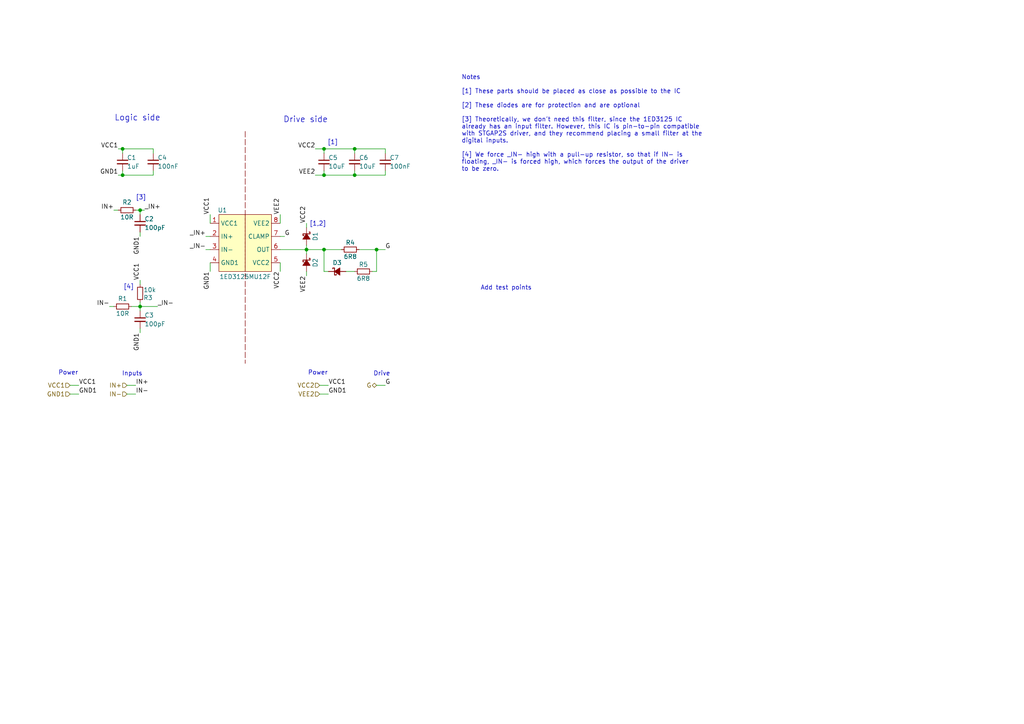
<source format=kicad_sch>
(kicad_sch (version 20231120) (generator "eeschema") (generator_version "8.0")
  (paper "A4")
  (lib_symbols
    (symbol "CL_Driver_FET:1ED3125MU12F"
      (property "Reference" "U" (at -7.112 8.89 0))
      (property "Value" "1ED3125MU12F" (at 0 -10.16 0))
      (symbol "1ED3125MU12F_1_1"
        (rectangle (start -7.62 7.62) (end 7.62 -8.89) (fill (type background)))
        (polyline (pts (xy 0 7.62) (xy 0 -8.89)) (stroke (width 0) (type dash)))
        (pin power_in line (at -10.16 5.08 0) (length 2.54) (name "VCC1") (number "1"))
        (pin input line (at -10.16 1.27 0) (length 2.54) (name "IN+") (number "2"))
        (pin input line (at -10.16 -2.54 0) (length 2.54) (name "IN-") (number "3"))
        (pin power_in line (at -10.16 -6.35 0) (length 2.54) (name "GND1") (number "4"))
        (pin power_in line (at 10.16 -6.35 180) (length 2.54) (name "VCC2") (number "5"))
        (pin bidirectional line (at 10.16 -2.54 180) (length 2.54) (name "OUT") (number "6"))
        (pin bidirectional line (at 10.16 1.27 180) (length 2.54) (name "CLAMP") (number "7"))
        (pin power_in line (at 10.16 5.08 180) (length 2.54) (name "VEE2") (number "8"))
      )
    )
    (symbol "Device:C_Small" (pin_numbers hide) (pin_names (offset 0.254) hide)
      (property "Reference" "C" (at 0.254 1.778 0))
      (property "Value" "C_Small" (at 0.254 -2.032 0))
      (symbol "C_Small_0_1"
        (polyline (pts (xy -1.524 -0.508) (xy 1.524 -0.508)) (stroke (width 0.3302)))
        (polyline (pts (xy -1.524 0.508) (xy 1.524 0.508)) (stroke (width 0.3048)))
      )
      (symbol "C_Small_1_1"
        (pin passive line (at 0 2.54 270) (length 2.032) (name "~") (number "1"))
        (pin passive line (at 0 -2.54 90) (length 2.032) (name "~") (number "2"))
      )
    )
    (symbol "Device:D_Schottky_Small_Filled" (pin_numbers hide) (pin_names (offset 0.254) hide)
      (property "Reference" "D" (at -1.27 2.032 0))
      (property "Value" "D_Schottky_Small_Filled" (at -7.112 -2.032 0))
      (symbol "D_Schottky_Small_Filled_0_1"
        (polyline (pts (xy -0.762 0) (xy 0.762 0)))
        (polyline (pts (xy 0.762 -1.016) (xy -0.762 0) (xy 0.762 1.016) (xy 0.762 -1.016)) (stroke (width 0.254)) (fill (type outline)))
        (polyline (pts (xy -1.27 0.762) (xy -1.27 1.016) (xy -0.762 1.016) (xy -0.762 -1.016) (xy -0.254 -1.016) (xy -0.254 -0.762)) (stroke (width 0.254)))
      )
      (symbol "D_Schottky_Small_Filled_1_1"
        (pin passive line (at -2.54 0 0) (length 1.778) (name "K") (number "1"))
        (pin passive line (at 2.54 0 180) (length 1.778) (name "A") (number "2"))
      )
    )
    (symbol "Device:R_Small" (pin_numbers hide) (pin_names (offset 0.254) hide)
      (property "Reference" "R" (at 0.762 0.508 0))
      (property "Value" "R_Small" (at 0.762 -1.016 0))
      (symbol "R_Small_0_1"
        (rectangle (start -0.762 1.778) (end 0.762 -1.778) (stroke (width 0.2032)))
      )
      (symbol "R_Small_1_1"
        (pin passive line (at 0 2.54 270) (length 0.762) (name "~") (number "1"))
        (pin passive line (at 0 -2.54 90) (length 0.762) (name "~") (number "2"))
      )
    )
  )
  (junction (at 35.56 50.8))
  (junction (at 88.9 72.39))
  (junction (at 102.87 50.8))
  (junction (at 93.98 50.8))
  (junction (at 40.64 60.96))
  (junction (at 109.22 72.39))
  (junction (at 40.64 88.9))
  (junction (at 93.98 43.18))
  (junction (at 35.56 43.18))
  (junction (at 93.98 72.39))
  (junction (at 102.87 43.18))
  (wire (pts (xy 81.28 62.23) (xy 81.28 64.77)))
  (wire (pts (xy 92.71 111.76) (xy 95.25 111.76)))
  (wire (pts (xy 38.1 88.9) (xy 40.64 88.9)))
  (wire (pts (xy 40.64 95.25) (xy 40.64 96.52)))
  (wire (pts (xy 60.96 76.2) (xy 60.96 78.74)))
  (wire (pts (xy 107.95 78.74) (xy 109.22 78.74)))
  (wire (pts (xy 93.98 50.8) (xy 102.87 50.8)))
  (wire (pts (xy 109.22 111.76) (xy 111.76 111.76)))
  (wire (pts (xy 40.64 67.31) (xy 40.64 68.58)))
  (wire (pts (xy 102.87 50.8) (xy 111.76 50.8)))
  (wire (pts (xy 93.98 72.39) (xy 93.98 78.74)))
  (wire (pts (xy 31.75 88.9) (xy 33.02 88.9)))
  (wire (pts (xy 93.98 49.53) (xy 93.98 50.8)))
  (wire (pts (xy 35.56 43.18) (xy 35.56 44.45)))
  (wire (pts (xy 81.28 68.58) (xy 82.55 68.58)))
  (wire (pts (xy 111.76 43.18) (xy 111.76 44.45)))
  (wire (pts (xy 40.64 81.28) (xy 40.64 82.55)))
  (wire (pts (xy 91.44 43.18) (xy 93.98 43.18)))
  (wire (pts (xy 88.9 64.77) (xy 88.9 66.04)))
  (wire (pts (xy 40.64 60.96) (xy 40.64 62.23)))
  (wire (pts (xy 60.96 62.23) (xy 60.96 64.77)))
  (wire (pts (xy 59.69 68.58) (xy 60.96 68.58)))
  (wire (pts (xy 39.37 60.96) (xy 40.64 60.96)))
  (wire (pts (xy 44.45 50.8) (xy 44.45 49.53)))
  (wire (pts (xy 93.98 78.74) (xy 95.25 78.74)))
  (wire (pts (xy 104.14 72.39) (xy 109.22 72.39)))
  (wire (pts (xy 35.56 50.8) (xy 44.45 50.8)))
  (wire (pts (xy 35.56 43.18) (xy 44.45 43.18)))
  (wire (pts (xy 102.87 43.18) (xy 102.87 44.45)))
  (wire (pts (xy 93.98 72.39) (xy 99.06 72.39)))
  (wire (pts (xy 81.28 76.2) (xy 81.28 78.74)))
  (wire (pts (xy 44.45 43.18) (xy 44.45 44.45)))
  (wire (pts (xy 100.33 78.74) (xy 102.87 78.74)))
  (wire (pts (xy 102.87 49.53) (xy 102.87 50.8)))
  (wire (pts (xy 20.32 114.3) (xy 22.86 114.3)))
  (wire (pts (xy 109.22 72.39) (xy 109.22 78.74)))
  (wire (pts (xy 109.22 72.39) (xy 111.76 72.39)))
  (wire (pts (xy 92.71 114.3) (xy 95.25 114.3)))
  (wire (pts (xy 88.9 72.39) (xy 93.98 72.39)))
  (wire (pts (xy 93.98 43.18) (xy 102.87 43.18)))
  (wire (pts (xy 40.64 60.96) (xy 41.91 60.96)))
  (wire (pts (xy 40.64 87.63) (xy 40.64 88.9)))
  (wire (pts (xy 36.83 111.76) (xy 39.37 111.76)))
  (wire (pts (xy 33.02 60.96) (xy 34.29 60.96)))
  (wire (pts (xy 88.9 78.74) (xy 88.9 80.01)))
  (wire (pts (xy 88.9 71.12) (xy 88.9 72.39)))
  (wire (pts (xy 34.29 43.18) (xy 35.56 43.18)))
  (polyline (pts (xy 71.12 38.1) (xy 71.12 105.41)) (stroke (width 0) (type dash) (color 132 0 0 1)))
  (wire (pts (xy 111.76 50.8) (xy 111.76 49.53)))
  (wire (pts (xy 81.28 72.39) (xy 88.9 72.39)))
  (wire (pts (xy 36.83 114.3) (xy 39.37 114.3)))
  (wire (pts (xy 35.56 49.53) (xy 35.56 50.8)))
  (wire (pts (xy 34.29 50.8) (xy 35.56 50.8)))
  (wire (pts (xy 40.64 88.9) (xy 45.72 88.9)))
  (wire (pts (xy 20.32 111.76) (xy 22.86 111.76)))
  (wire (pts (xy 102.87 43.18) (xy 111.76 43.18)))
  (wire (pts (xy 88.9 72.39) (xy 88.9 73.66)))
  (wire (pts (xy 93.98 43.18) (xy 93.98 44.45)))
  (wire (pts (xy 91.44 50.8) (xy 93.98 50.8)))
  (wire (pts (xy 59.69 72.39) (xy 60.96 72.39)))
  (wire (pts (xy 40.64 88.9) (xy 40.64 90.17)))
  (text "Drive side" (at 88.646 34.798 0) (effects (font (size 1.7 1.7))))
  (text "Inputs" (at 38.354 108.458 0) (effects (font (size 1.27 1.27))))
  (text "Drive" (at 110.744 108.458 0) (effects (font (size 1.27 1.27))))
  (text "Power" (at 19.812 108.204 0) (effects (font (size 1.27 1.27))))
  (text "[4]" (at 37.338 83.312 0) (effects (font (size 1.27 1.27))))
  (text "Add test points" (at 146.812 83.566 0) (effects (font (size 1.27 1.27))))
  (text "Notes\n\n[1] These parts should be placed as close as possible to the IC\n\n[2] These diodes are for protection and are optional\n\n[3] Theoretically, we don't need this filter, since the 1ED3125 IC\nalready has an input filter. However, this IC is pin-to-pin compatible\nwith STGAP2S driver, and they recommend placing a small filter at the\ndigital inputs. \n\n[4] We force _IN- high with a pull-up resistor, so that if IN- is \nfloating, _IN- is forced high, which forces the output of the driver \nto be zero. " (at 133.858 35.814 0) (effects (font (size 1.27 1.27)) (justify left)))
  (text "[3]" (at 40.894 57.404 0) (effects (font (size 1.27 1.27))))
  (text "[1]" (at 96.52 41.402 0) (effects (font (size 1.27 1.27))))
  (text "Power" (at 92.202 108.204 0) (effects (font (size 1.27 1.27))))
  (text "Logic side" (at 39.878 34.29 0) (effects (font (size 1.7 1.7))))
  (text "[1,2]" (at 92.202 65.024 0) (effects (font (size 1.27 1.27))))
  (label "GND1" (at 22.86 114.3 0))
  (label "VEE2" (at 81.28 62.23 90))
  (label "GND1" (at 95.25 114.3 0))
  (label "VCC2" (at 81.28 78.74 270))
  (label "IN+" (at 33.02 60.96 180))
  (label "G" (at 111.76 72.39 0))
  (label "VCC2" (at 91.44 43.18 180))
  (label "VCC1" (at 60.96 62.23 90))
  (label "G" (at 82.55 68.58 0))
  (label "GND1" (at 40.64 96.52 270))
  (label "VEE2" (at 88.9 80.01 270))
  (label "_IN-" (at 59.69 72.39 180))
  (label "IN-" (at 31.75 88.9 180))
  (label "VCC1" (at 40.64 81.28 90))
  (label "VEE2" (at 91.44 50.8 180))
  (label "G" (at 111.76 111.76 0))
  (label "VCC1" (at 22.86 111.76 0))
  (label "VCC1" (at 34.29 43.18 180))
  (label "IN+" (at 39.37 111.76 0))
  (label "VCC1" (at 95.25 111.76 0))
  (label "GND1" (at 60.96 78.74 270))
  (label "GND1" (at 40.64 68.58 270))
  (label "_IN+" (at 41.91 60.96 0))
  (label "_IN+" (at 59.69 68.58 180))
  (label "_IN-" (at 45.72 88.9 0))
  (label "VCC2" (at 88.9 64.77 90))
  (label "GND1" (at 34.29 50.8 180))
  (label "IN-" (at 39.37 114.3 0))
  (hierarchical_label "IN-" (shape input) (at 36.83 114.3 180))
  (hierarchical_label "IN+" (shape input) (at 36.83 111.76 180))
  (hierarchical_label "VCC2" (shape input) (at 92.71 111.76 180))
  (hierarchical_label "G" (shape bidirectional) (at 109.22 111.76 180))
  (hierarchical_label "GND1" (shape input) (at 20.32 114.3 180))
  (hierarchical_label "VCC1" (shape input) (at 20.32 111.76 180))
  (hierarchical_label "VEE2" (shape input) (at 92.71 114.3 180))
  (symbol (lib_id "Device:C_Small") (at 40.64 92.71 0) (unit 1)
    (property "Reference" "C3" (at 41.91 91.44 0) (effects (justify left)))
    (property "Value" "100pF" (at 41.91 93.98 0) (effects (justify left)))
    (property "Footprint" "Capacitor_SMD:C_0805_2012Metric_Pad1.18x1.45mm_HandSolder" (effects (hide yes)))
    (property "Description" "Unpolarized capacitor, small symbol" (effects (hide yes)))
  )
  (symbol (lib_id "Device:R_Small") (at 105.41 78.74 270) (unit 1)
    (property "Reference" "R5" (at 105.41 76.708 90))
    (property "Value" "6R8" (at 105.41 80.772 90))
    (property "Footprint" "Resistor_SMD:R_MELF_MMB-0207" (effects (hide yes)))
    (property "Description" "Resistor, small symbol" (effects (hide yes)))
  )
  (symbol (lib_id "Device:C_Small") (at 93.98 46.99 0) (unit 1)
    (property "Reference" "C5" (at 95.25 45.72 0) (effects (justify left)))
    (property "Value" "10uF" (at 95.25 48.26 0) (effects (justify left)))
    (property "Footprint" "Capacitor_SMD:C_0805_2012Metric_Pad1.18x1.45mm_HandSolder" (effects (hide yes)))
    (property "Description" "Unpolarized capacitor, small symbol" (effects (hide yes)))
  )
  (symbol (lib_id "Device:C_Small") (at 44.45 46.99 0) (unit 1)
    (property "Reference" "C4" (at 45.72 45.72 0) (effects (justify left)))
    (property "Value" "100nF" (at 45.72 48.26 0) (effects (justify left)))
    (property "Footprint" "Capacitor_SMD:C_0805_2012Metric_Pad1.18x1.45mm_HandSolder" (effects (hide yes)))
    (property "Description" "Unpolarized capacitor, small symbol" (effects (hide yes)))
  )
  (symbol (lib_id "Device:C_Small") (at 40.64 64.77 0) (unit 1)
    (property "Reference" "C2" (at 41.91 63.5 0) (effects (justify left)))
    (property "Value" "100pF" (at 41.91 66.04 0) (effects (justify left)))
    (property "Footprint" "Capacitor_SMD:C_0805_2012Metric_Pad1.18x1.45mm_HandSolder" (effects (hide yes)))
    (property "Description" "Unpolarized capacitor, small symbol" (effects (hide yes)))
  )
  (symbol (lib_id "Device:C_Small") (at 102.87 46.99 0) (unit 1)
    (property "Reference" "C6" (at 104.14 45.72 0) (effects (justify left)))
    (property "Value" "10uF" (at 104.14 48.26 0) (effects (justify left)))
    (property "Footprint" "Capacitor_SMD:C_0805_2012Metric_Pad1.18x1.45mm_HandSolder" (effects (hide yes)))
    (property "Description" "Unpolarized capacitor, small symbol" (effects (hide yes)))
  )
  (symbol (lib_id "CL_Driver_FET:1ED3125MU12F") (at 71.12 69.85 0) (unit 1)
    (property "Reference" "U1" (at 64.516 60.96 0))
    (property "Value" "1ED3125MU12F" (at 71.12 80.264 0))
    (property "Footprint" "Package_SO:SO-8_3.9x4.9mm_P1.27mm" (effects (hide yes)))
    (property "Datasheet" "https://www.infineon.com/dgdl/Infineon-1ED312xMU12F-DataSheet-v01_30-EN.pdf?fileId=5546d46277921c320177cf830baf768b" (effects (hide yes)))
    (property "Description" "Single-channel 3.0 kV (rms) isolated gate driver IC with active Miller clamp" (effects (hide yes)))
  )
  (symbol (lib_id "Device:R_Small") (at 35.56 88.9 90) (unit 1)
    (property "Reference" "R1" (at 35.56 86.614 90))
    (property "Value" "10R" (at 35.56 90.932 90))
    (property "Footprint" "Resistor_SMD:R_0805_2012Metric_Pad1.20x1.40mm_HandSolder" (effects (hide yes)))
    (property "Description" "Resistor, small symbol" (effects (hide yes)))
  )
  (symbol (lib_id "Device:R_Small") (at 40.64 85.09 0) (unit 1)
    (property "Reference" "R3" (at 42.926 86.36 0))
    (property "Value" "10k" (at 43.434 84.074 0))
    (property "Footprint" "Resistor_SMD:R_0805_2012Metric_Pad1.20x1.40mm_HandSolder" (effects (hide yes)))
    (property "Description" "Resistor, small symbol" (effects (hide yes)))
  )
  (symbol (lib_id "Device:C_Small") (at 35.56 46.99 0) (unit 1)
    (property "Reference" "C1" (at 36.83 45.72 0) (effects (justify left)))
    (property "Value" "1uF" (at 36.83 48.26 0) (effects (justify left)))
    (property "Footprint" "Capacitor_SMD:C_0805_2012Metric_Pad1.18x1.45mm_HandSolder" (effects (hide yes)))
    (property "Description" "Unpolarized capacitor, small symbol" (effects (hide yes)))
  )
  (symbol (lib_id "Device:R_Small") (at 101.6 72.39 270) (unit 1)
    (property "Reference" "R4" (at 101.6 70.358 90))
    (property "Value" "6R8" (at 101.6 74.422 90))
    (property "Footprint" "Resistor_SMD:R_MELF_MMB-0207" (effects (hide yes)))
    (property "Description" "Resistor, small symbol" (effects (hide yes)))
  )
  (symbol (lib_id "Device:D_Schottky_Small_Filled") (at 88.9 68.58 270) (unit 1)
    (property "Reference" "D1" (at 91.44 68.58 0))
    (property "Value" "D_Schottky_Small_Filled" (effects (hide yes)))
    (property "Description" "Schottky diode, small symbol, filled shape" (effects (hide yes)))
  )
  (symbol (lib_id "Device:D_Schottky_Small_Filled") (at 88.9 76.2 270) (unit 1)
    (property "Reference" "D2" (at 91.44 76.2 0))
    (property "Value" "D_Schottky_Small_Filled" (effects (hide yes)))
    (property "Description" "Schottky diode, small symbol, filled shape" (effects (hide yes)))
  )
  (symbol (lib_id "Device:R_Small") (at 36.83 60.96 90) (unit 1)
    (property "Reference" "R2" (at 36.83 58.674 90))
    (property "Value" "10R" (at 36.83 62.992 90))
    (property "Footprint" "Resistor_SMD:R_0805_2012Metric_Pad1.20x1.40mm_HandSolder" (effects (hide yes)))
    (property "Description" "Resistor, small symbol" (effects (hide yes)))
  )
  (symbol (lib_id "Device:C_Small") (at 111.76 46.99 0) (unit 1)
    (property "Reference" "C7" (at 113.03 45.72 0) (effects (justify left)))
    (property "Value" "100nF" (at 113.03 48.26 0) (effects (justify left)))
    (property "Footprint" "Capacitor_SMD:C_0805_2012Metric_Pad1.18x1.45mm_HandSolder" (effects (hide yes)))
    (property "Description" "Unpolarized capacitor, small symbol" (effects (hide yes)))
  )
  (symbol (lib_id "Device:D_Schottky_Small_Filled") (at 97.79 78.74 0) (unit 1)
    (property "Reference" "D3" (at 97.79 76.2 0))
    (property "Value" "D_Schottky_Small_Filled" (effects (hide yes)))
    (property "Description" "Schottky diode, small symbol, filled shape" (effects (hide yes)))
  )
)
</source>
